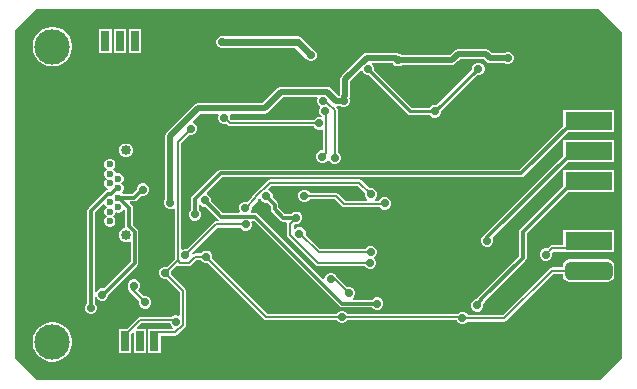
<source format=gbl>
G04*
G04 #@! TF.GenerationSoftware,Altium Limited,Altium Designer,21.6.1 (37)*
G04*
G04 Layer_Physical_Order=2*
G04 Layer_Color=16711680*
%FSLAX44Y44*%
%MOMM*%
G71*
G04*
G04 #@! TF.SameCoordinates,DC89937C-EDCF-4B7D-9BD6-CFD29AA7FDD7*
G04*
G04*
G04 #@! TF.FilePolarity,Positive*
G04*
G01*
G75*
%ADD12C,0.2000*%
%ADD14C,0.6000*%
%ADD15C,0.2500*%
%ADD18C,0.1700*%
%ADD77C,0.3000*%
%ADD78C,0.5000*%
%ADD81C,3.0000*%
%ADD82O,1.8000X0.9000*%
%ADD83C,0.6000*%
%ADD84O,0.9000X1.5000*%
%ADD85C,0.8500*%
%ADD86C,0.7000*%
%ADD87R,4.0000X1.5240*%
G04:AMPARAMS|DCode=88|XSize=1.524mm|YSize=4mm|CornerRadius=0.381mm|HoleSize=0mm|Usage=FLASHONLY|Rotation=90.000|XOffset=0mm|YOffset=0mm|HoleType=Round|Shape=RoundedRectangle|*
%AMROUNDEDRECTD88*
21,1,1.5240,3.2380,0,0,90.0*
21,1,0.7620,4.0000,0,0,90.0*
1,1,0.7620,1.6190,0.3810*
1,1,0.7620,1.6190,-0.3810*
1,1,0.7620,-1.6190,-0.3810*
1,1,0.7620,-1.6190,0.3810*
%
%ADD88ROUNDEDRECTD88*%
%ADD89R,4.0000X1.5240*%
%ADD90R,0.7000X1.7000*%
G36*
X482201Y262444D02*
Y-13194D01*
X463444Y-31951D01*
X-12944D01*
X-31451Y-13444D01*
X-31451Y263694D01*
X-13444Y281701D01*
X462944D01*
X482201Y262444D01*
D02*
G37*
%LPC*%
G36*
X75200Y264700D02*
X64800D01*
Y244300D01*
X75200D01*
Y264700D01*
D02*
G37*
G36*
X62700D02*
X52300D01*
Y244300D01*
X62700D01*
Y264700D01*
D02*
G37*
G36*
X50200D02*
X39800D01*
Y244300D01*
X50200D01*
Y264700D01*
D02*
G37*
G36*
X367252Y247932D02*
X343296D01*
X341657Y247606D01*
X340268Y246678D01*
X336372Y242782D01*
X296072D01*
X295946Y242908D01*
X294034Y243700D01*
X293856D01*
X293778Y243778D01*
X292389Y244706D01*
X290750Y245032D01*
X266361D01*
X264722Y244706D01*
X263333Y243778D01*
X245147Y225593D01*
X244219Y224203D01*
X243893Y222565D01*
Y210455D01*
X243176Y209382D01*
X243034Y208665D01*
X241780D01*
X235665Y214780D01*
X234276Y215709D01*
X232637Y216035D01*
X193762D01*
X192123Y215709D01*
X190734Y214780D01*
X177936Y201982D01*
X123311D01*
X121672Y201656D01*
X120283Y200728D01*
X96972Y177418D01*
X96044Y176028D01*
X95718Y174389D01*
Y121072D01*
X95592Y120946D01*
X94800Y119034D01*
Y116966D01*
X95592Y115054D01*
X97054Y113592D01*
X98966Y112800D01*
X101034D01*
X102224Y113293D01*
X103494Y112481D01*
Y70387D01*
X96727Y63620D01*
X96534Y63700D01*
X94466D01*
X92555Y62908D01*
X91092Y61446D01*
X90300Y59534D01*
Y57466D01*
X91092Y55554D01*
X92555Y54092D01*
X94466Y53300D01*
X96534D01*
X96727Y53380D01*
X107947Y42160D01*
Y22816D01*
X106677Y21977D01*
X105534Y22450D01*
X103466D01*
X101554Y21658D01*
X101083Y21187D01*
X100750Y21253D01*
X74250D01*
X74250Y21253D01*
X73197Y21043D01*
X72303Y20447D01*
X62807Y10950D01*
X56300D01*
Y-9450D01*
X66700D01*
Y7057D01*
X67627Y7983D01*
X68800Y7497D01*
Y-9450D01*
X79200D01*
Y10950D01*
X72253D01*
X71767Y12123D01*
X75390Y15747D01*
X99494D01*
X100092Y14304D01*
X101554Y12842D01*
X101602Y12822D01*
X102171Y11212D01*
X102057Y11003D01*
X89000D01*
X88734Y10950D01*
X81300D01*
Y-9450D01*
X91700D01*
Y5497D01*
X104268D01*
X105322Y5707D01*
X106215Y6303D01*
X112647Y12735D01*
X112647Y12735D01*
X113243Y13628D01*
X113453Y14682D01*
Y43300D01*
X113453Y43300D01*
X113243Y44353D01*
X112647Y45247D01*
X112647Y45247D01*
X100620Y57273D01*
X100700Y57466D01*
Y59534D01*
X100620Y59727D01*
X106334Y65441D01*
X106475Y65300D01*
X107368Y64703D01*
X108422Y64494D01*
X115698D01*
X116752Y64703D01*
X117645Y65300D01*
X121842Y69497D01*
X125762D01*
X125842Y69304D01*
X127304Y67842D01*
X129216Y67050D01*
X131284D01*
X131477Y67130D01*
X179303Y19303D01*
X179303Y19303D01*
X180196Y18707D01*
X181250Y18497D01*
X181250Y18497D01*
X240762D01*
X240842Y18304D01*
X242304Y16842D01*
X244216Y16050D01*
X246284D01*
X248196Y16842D01*
X249658Y18304D01*
X249738Y18497D01*
X342451D01*
X342842Y17554D01*
X344304Y16092D01*
X346216Y15300D01*
X348284D01*
X350196Y16092D01*
X351351Y17247D01*
X382500D01*
X383554Y17457D01*
X384447Y18053D01*
X424090Y57697D01*
X432192D01*
Y56640D01*
X432620Y54490D01*
X433838Y52667D01*
X435660Y51450D01*
X437810Y51022D01*
X470190D01*
X472340Y51450D01*
X474162Y52667D01*
X475380Y54490D01*
X475808Y56640D01*
Y64260D01*
X475380Y66410D01*
X474162Y68232D01*
X472340Y69450D01*
X470190Y69878D01*
X437810D01*
X435660Y69450D01*
X433838Y68232D01*
X432620Y66410D01*
X432192Y64260D01*
Y63203D01*
X422950D01*
X422950Y63203D01*
X421897Y62993D01*
X421003Y62397D01*
X381360Y22753D01*
X351945D01*
X351658Y23446D01*
X350196Y24908D01*
X348284Y25700D01*
X346216D01*
X344304Y24908D01*
X343399Y24003D01*
X249738D01*
X249658Y24196D01*
X248196Y25658D01*
X246284Y26450D01*
X244216D01*
X242304Y25658D01*
X240842Y24196D01*
X240762Y24003D01*
X182390D01*
X135370Y71023D01*
X135450Y71216D01*
Y73284D01*
X134658Y75196D01*
X133196Y76658D01*
X131284Y77450D01*
X129216D01*
X127304Y76658D01*
X125842Y75196D01*
X125762Y75003D01*
X120702D01*
X120702Y75003D01*
X119648Y74793D01*
X119149Y74460D01*
X118340Y75446D01*
X139690Y96797D01*
X159262D01*
X159342Y96604D01*
X160804Y95142D01*
X162716Y94350D01*
X164784D01*
X166696Y95142D01*
X168158Y96604D01*
X168950Y98516D01*
Y100584D01*
X168481Y101717D01*
X169204Y102804D01*
X170501Y102884D01*
X243193Y30193D01*
X244251Y29486D01*
X245500Y29237D01*
X270909D01*
X272054Y28092D01*
X273966Y27300D01*
X276034D01*
X277946Y28092D01*
X279408Y29554D01*
X280200Y31466D01*
Y33534D01*
X279408Y35446D01*
X277946Y36908D01*
X276034Y37700D01*
X273966D01*
X272054Y36908D01*
X270909Y35763D01*
X254780D01*
X254521Y36291D01*
X254391Y37033D01*
X255697Y38338D01*
X256488Y40249D01*
Y42318D01*
X255697Y44229D01*
X254234Y45692D01*
X252323Y46484D01*
X250254D01*
X249857Y46319D01*
X240838Y55338D01*
X240532Y55543D01*
X240158Y56446D01*
X238696Y57908D01*
X236784Y58700D01*
X234716D01*
X232804Y57908D01*
X231342Y56446D01*
X230550Y54534D01*
Y53860D01*
X229280Y53334D01*
X174057Y108557D01*
X172999Y109264D01*
X171750Y109513D01*
X168526D01*
X168003Y110783D01*
X168700Y112466D01*
Y114534D01*
X168693Y114550D01*
X173917Y119774D01*
X174513Y120667D01*
X175195Y121100D01*
X176699Y120649D01*
X176842Y120304D01*
X178304Y118842D01*
X180216Y118050D01*
X181836D01*
X184857Y115028D01*
Y112405D01*
X185106Y111156D01*
X185813Y110098D01*
X192968Y102943D01*
X194026Y102236D01*
X195275Y101987D01*
X198002D01*
X198840Y100717D01*
X198747Y100250D01*
Y90808D01*
X198957Y89754D01*
X199553Y88861D01*
X223361Y65054D01*
X223361Y65053D01*
X224254Y64457D01*
X225308Y64247D01*
X225308Y64247D01*
X264512D01*
X264592Y64054D01*
X266054Y62592D01*
X267966Y61800D01*
X270034D01*
X271946Y62592D01*
X273408Y64054D01*
X274200Y65966D01*
Y68034D01*
X273408Y69946D01*
X272332Y71022D01*
X272446Y71592D01*
X273908Y73054D01*
X274700Y74966D01*
Y77034D01*
X273908Y78946D01*
X272446Y80408D01*
X270534Y81200D01*
X268466D01*
X266554Y80408D01*
X265092Y78946D01*
X265012Y78753D01*
X226640D01*
X214426Y90967D01*
Y92884D01*
X213634Y94796D01*
X212172Y96258D01*
X210260Y97050D01*
X208192D01*
X206280Y96258D01*
X205523Y95501D01*
X204253Y96027D01*
Y99110D01*
X205273Y100130D01*
X205466Y100050D01*
X207534D01*
X209446Y100842D01*
X210908Y102304D01*
X211700Y104216D01*
Y106284D01*
X210908Y108196D01*
X209446Y109658D01*
X207534Y110450D01*
X205466D01*
X203554Y109658D01*
X202409Y108513D01*
X196626D01*
X191383Y113756D01*
Y116380D01*
X191134Y117628D01*
X190427Y118687D01*
X186450Y122664D01*
Y124284D01*
X185658Y126196D01*
X184196Y127658D01*
X183053Y128132D01*
X182748Y129623D01*
X185322Y132197D01*
X258928D01*
X264735Y126390D01*
X264585Y126027D01*
Y123959D01*
X265377Y122048D01*
X266651Y120773D01*
X266465Y119883D01*
X266262Y119503D01*
X248317D01*
X242123Y125697D01*
X241230Y126293D01*
X240177Y126503D01*
X217988D01*
X217908Y126696D01*
X216446Y128158D01*
X214534Y128950D01*
X212466D01*
X210554Y128158D01*
X209092Y126696D01*
X208300Y124784D01*
Y122716D01*
X209092Y120804D01*
X210554Y119342D01*
X212466Y118550D01*
X214534D01*
X216446Y119342D01*
X217908Y120804D01*
X217988Y120997D01*
X239036D01*
X245230Y114803D01*
X246123Y114207D01*
X247176Y113997D01*
X277197D01*
X278302Y112892D01*
X280214Y112100D01*
X282282D01*
X284194Y112892D01*
X285656Y114355D01*
X286448Y116266D01*
Y118335D01*
X285656Y120246D01*
X284194Y121709D01*
X282282Y122500D01*
X280214D01*
X278302Y121709D01*
X276840Y120246D01*
X276532Y119503D01*
X273308D01*
X273105Y119883D01*
X272919Y120773D01*
X274193Y122048D01*
X274985Y123959D01*
Y126027D01*
X274193Y127939D01*
X272731Y129402D01*
X270819Y130193D01*
X268751D01*
X268728Y130184D01*
X262015Y136897D01*
X261122Y137493D01*
X260068Y137703D01*
X184182D01*
X183128Y137493D01*
X182235Y136897D01*
X182235Y136897D01*
X170023Y124685D01*
X169427Y123792D01*
X169247Y122891D01*
X164904Y118547D01*
X164534Y118700D01*
X162466D01*
X160554Y117908D01*
X159092Y116446D01*
X158300Y114534D01*
Y112466D01*
X158997Y110783D01*
X158474Y109513D01*
X144161D01*
X134394Y119280D01*
Y120900D01*
X133602Y122811D01*
X132139Y124274D01*
X131006Y124743D01*
X130706Y126239D01*
X143955Y139487D01*
X396920D01*
X398169Y139736D01*
X399227Y140443D01*
X436914Y178130D01*
X475700D01*
Y196770D01*
X432300D01*
Y182744D01*
X395569Y146013D01*
X142603D01*
X141355Y145764D01*
X140296Y145057D01*
X118443Y123204D01*
X117736Y122146D01*
X117487Y120897D01*
Y112091D01*
X116342Y110946D01*
X115550Y109034D01*
Y106966D01*
X116342Y105055D01*
X117804Y103592D01*
X119716Y102800D01*
X121784D01*
X123696Y103592D01*
X125158Y105055D01*
X125950Y106966D01*
Y109034D01*
X125158Y110946D01*
X124013Y112091D01*
Y115897D01*
X125283Y116423D01*
X126248Y115457D01*
X128160Y114665D01*
X129780D01*
X140502Y103943D01*
X141056Y103573D01*
X140671Y102303D01*
X138550D01*
X137497Y102093D01*
X136603Y101497D01*
X136603Y101496D01*
X113674Y78567D01*
X113481Y78647D01*
X111412D01*
X110270Y78173D01*
X109000Y79013D01*
Y168606D01*
X116023Y175630D01*
X116216Y175550D01*
X118284D01*
X120196Y176342D01*
X121658Y177804D01*
X122450Y179716D01*
Y181784D01*
X121658Y183696D01*
X120196Y185158D01*
X119082Y185620D01*
X118784Y187118D01*
X125084Y193418D01*
X139913D01*
X140761Y192148D01*
X140300Y191034D01*
Y188966D01*
X141092Y187054D01*
X142554Y185592D01*
X144466Y184800D01*
X146534D01*
X146793Y184907D01*
X148397Y183304D01*
X148397Y183303D01*
X149290Y182707D01*
X150343Y182497D01*
X221408D01*
X221592Y182054D01*
X223054Y180592D01*
X224966Y179800D01*
X227034D01*
X228180Y180275D01*
X229450Y179437D01*
Y162200D01*
X227716D01*
X225805Y161408D01*
X224342Y159946D01*
X223550Y158034D01*
Y155966D01*
X224342Y154054D01*
X225805Y152592D01*
X227716Y151800D01*
X229784D01*
X231696Y152592D01*
X233084Y153980D01*
X233625Y154009D01*
X234480Y153927D01*
X234842Y153054D01*
X236304Y151592D01*
X238216Y150800D01*
X240284D01*
X242196Y151592D01*
X243658Y153054D01*
X244450Y154966D01*
Y157034D01*
X243658Y158946D01*
X242196Y160408D01*
X242003Y160488D01*
Y196268D01*
X242003Y196268D01*
X241793Y197322D01*
X241197Y198215D01*
X240581Y198830D01*
X241107Y200100D01*
X243296D01*
X243804Y199592D01*
X245716Y198800D01*
X247784D01*
X249696Y199592D01*
X251158Y201054D01*
X251950Y202966D01*
Y205034D01*
X251479Y206171D01*
X252132Y207147D01*
X252458Y208786D01*
Y220791D01*
X261132Y229466D01*
X262631Y229168D01*
X263092Y228054D01*
X264554Y226592D01*
X266466Y225800D01*
X268446D01*
X301123Y193123D01*
X302099Y192471D01*
X303250Y192242D01*
X319404D01*
X320804Y190842D01*
X322716Y190050D01*
X324784D01*
X326696Y190842D01*
X328158Y192304D01*
X328950Y194216D01*
Y195696D01*
X359424Y226171D01*
X359716Y226050D01*
X361784D01*
X363696Y226842D01*
X365158Y228304D01*
X365950Y230216D01*
Y232284D01*
X365158Y234196D01*
X363696Y235658D01*
X361784Y236450D01*
X359716D01*
X357804Y235658D01*
X356342Y234196D01*
X355550Y232284D01*
Y230804D01*
X325076Y200329D01*
X324784Y200450D01*
X322716D01*
X320804Y199658D01*
X319404Y198258D01*
X304496D01*
X272700Y230054D01*
Y232034D01*
X271908Y233946D01*
X270656Y235198D01*
X270889Y236192D01*
X271045Y236468D01*
X288213D01*
X288592Y235554D01*
X290054Y234092D01*
X291966Y233300D01*
X294034D01*
X295946Y234092D01*
X296072Y234218D01*
X338146D01*
X339784Y234544D01*
X341174Y235472D01*
X345069Y239368D01*
X365478D01*
X367624Y237222D01*
X369013Y236294D01*
X370652Y235968D01*
X382678D01*
X382804Y235842D01*
X384716Y235050D01*
X386784D01*
X388696Y235842D01*
X390158Y237304D01*
X390950Y239216D01*
Y241284D01*
X390158Y243196D01*
X388696Y244658D01*
X386784Y245450D01*
X384716D01*
X382804Y244658D01*
X382678Y244532D01*
X372426D01*
X370280Y246678D01*
X368891Y247606D01*
X367252Y247932D01*
D02*
G37*
G36*
X144784Y259200D02*
X142716D01*
X140804Y258408D01*
X139342Y256946D01*
X138550Y255034D01*
Y252966D01*
X139342Y251054D01*
X140804Y249592D01*
X142716Y248800D01*
X144784D01*
X145769Y249208D01*
X205765D01*
X214184Y240789D01*
X214592Y239804D01*
X216054Y238342D01*
X217966Y237550D01*
X220034D01*
X221946Y238342D01*
X223408Y239804D01*
X224200Y241716D01*
Y243784D01*
X223408Y245696D01*
X221946Y247158D01*
X220961Y247566D01*
X211138Y257388D01*
X209584Y258427D01*
X207750Y258792D01*
X207750Y258792D01*
X145769D01*
X144784Y259200D01*
D02*
G37*
G36*
X1645Y266700D02*
X-1645D01*
X-4871Y266058D01*
X-7910Y264799D01*
X-10646Y262972D01*
X-12972Y260646D01*
X-14799Y257910D01*
X-16058Y254871D01*
X-16700Y251645D01*
Y248355D01*
X-16058Y245129D01*
X-14799Y242090D01*
X-12972Y239354D01*
X-10646Y237028D01*
X-7910Y235201D01*
X-4871Y233942D01*
X-1645Y233300D01*
X1645D01*
X4871Y233942D01*
X7910Y235201D01*
X10646Y237028D01*
X12972Y239354D01*
X14799Y242090D01*
X16058Y245129D01*
X16700Y248355D01*
Y251645D01*
X16058Y254871D01*
X14799Y257910D01*
X12972Y260646D01*
X10646Y262972D01*
X7910Y264799D01*
X4871Y266058D01*
X1645Y266700D01*
D02*
G37*
G36*
X63433Y168250D02*
X61066D01*
X58879Y167344D01*
X57206Y165670D01*
X56300Y163483D01*
Y161116D01*
X57206Y158929D01*
X58879Y157256D01*
X61066Y156350D01*
X63433D01*
X65620Y157256D01*
X67294Y158929D01*
X68200Y161116D01*
Y163483D01*
X67294Y165670D01*
X65620Y167344D01*
X63433Y168250D01*
D02*
G37*
G36*
X49685Y155000D02*
X47815D01*
X46088Y154284D01*
X44766Y152962D01*
X44050Y151235D01*
Y149365D01*
X44766Y147638D01*
X45274Y147129D01*
X46073Y146300D01*
X45274Y145470D01*
X44766Y144962D01*
X44050Y143235D01*
Y141365D01*
X44766Y139637D01*
X45274Y139129D01*
X46073Y138300D01*
X45274Y137470D01*
X44766Y136962D01*
X44050Y135235D01*
Y133365D01*
X44766Y131638D01*
X46088Y130315D01*
X47261Y129830D01*
X47008Y128560D01*
X46979D01*
X45731Y128311D01*
X44672Y127604D01*
X30693Y113625D01*
X29986Y112566D01*
X29737Y111318D01*
Y33091D01*
X28342Y31696D01*
X27550Y29784D01*
Y27716D01*
X28342Y25804D01*
X29804Y24342D01*
X31716Y23550D01*
X33784D01*
X35696Y24342D01*
X37158Y25804D01*
X37950Y27716D01*
Y29784D01*
X37158Y31696D01*
X36263Y32591D01*
Y37748D01*
X37533Y38000D01*
X37842Y37254D01*
X39304Y35792D01*
X41216Y35000D01*
X43284D01*
X45196Y35792D01*
X46658Y37254D01*
X47450Y39166D01*
Y40086D01*
X72007Y64643D01*
X72714Y65701D01*
X72962Y66950D01*
Y93386D01*
X72714Y94634D01*
X72007Y95693D01*
X68263Y99437D01*
Y113818D01*
X68014Y115067D01*
X67307Y116125D01*
X65568Y117864D01*
X66054Y119037D01*
X69300D01*
X70549Y119286D01*
X71607Y119993D01*
X75503Y123888D01*
X75716Y123800D01*
X77784D01*
X79696Y124592D01*
X81158Y126054D01*
X81950Y127966D01*
Y130034D01*
X81158Y131946D01*
X79696Y133408D01*
X77784Y134200D01*
X75716D01*
X73804Y133408D01*
X72342Y131946D01*
X71550Y130034D01*
Y129164D01*
X67948Y125563D01*
X59455D01*
X58791Y126678D01*
X59226Y127130D01*
X59734Y127638D01*
X60450Y129365D01*
Y131235D01*
X59734Y132962D01*
X59226Y133470D01*
X58427Y134300D01*
X59226Y135129D01*
X59734Y135638D01*
X60450Y137365D01*
Y139235D01*
X59734Y140962D01*
X58412Y142284D01*
X56685Y143000D01*
X54815D01*
X54624Y142921D01*
X53247Y143725D01*
X52735Y144962D01*
X52227Y145470D01*
X51428Y146300D01*
X52227Y147129D01*
X52735Y147638D01*
X53450Y149365D01*
Y151235D01*
X52735Y152962D01*
X51413Y154284D01*
X49685Y155000D01*
D02*
G37*
G36*
X475700Y95170D02*
X432300D01*
Y81983D01*
X422980D01*
X422980Y81983D01*
X421926Y81773D01*
X421033Y81177D01*
X421033Y81177D01*
X418977Y79120D01*
X418784Y79200D01*
X416716D01*
X414804Y78408D01*
X413342Y76946D01*
X412550Y75034D01*
Y72966D01*
X413342Y71054D01*
X414804Y69592D01*
X416716Y68800D01*
X418784D01*
X420696Y69592D01*
X422158Y71054D01*
X422950Y72966D01*
Y75034D01*
X422870Y75227D01*
X424120Y76477D01*
X435000D01*
X435266Y76530D01*
X475700D01*
Y95170D01*
D02*
G37*
G36*
Y171370D02*
X432300D01*
Y157344D01*
X365943Y90987D01*
X365422Y90207D01*
X365304Y90158D01*
X363842Y88696D01*
X363050Y86784D01*
Y84716D01*
X363842Y82804D01*
X365304Y81342D01*
X367216Y80550D01*
X369284D01*
X371195Y81342D01*
X372658Y82804D01*
X373450Y84716D01*
Y86784D01*
X372723Y88539D01*
X436914Y152730D01*
X475700D01*
Y171370D01*
D02*
G37*
G36*
X70034Y52950D02*
X67966D01*
X66054Y52158D01*
X64592Y50696D01*
X63800Y48784D01*
Y46716D01*
X64457Y45129D01*
X64416Y44922D01*
X64625Y43868D01*
X65222Y42975D01*
X73428Y34769D01*
X73348Y34577D01*
Y32508D01*
X74139Y30597D01*
X75602Y29134D01*
X77513Y28342D01*
X79582D01*
X81493Y29134D01*
X82956Y30597D01*
X83748Y32508D01*
Y34577D01*
X82956Y36488D01*
X81493Y37951D01*
X79582Y38742D01*
X77513D01*
X77321Y38663D01*
X72294Y43690D01*
X73408Y44804D01*
X74200Y46716D01*
Y48784D01*
X73408Y50696D01*
X71946Y52158D01*
X70034Y52950D01*
D02*
G37*
G36*
X475700Y145970D02*
X432300D01*
Y131944D01*
X395943Y95587D01*
X395236Y94529D01*
X394987Y93280D01*
Y72601D01*
X360693Y38307D01*
X359986Y37249D01*
X359907Y36854D01*
X359254Y36200D01*
X358716D01*
X356804Y35408D01*
X355342Y33946D01*
X354550Y32034D01*
Y29966D01*
X355342Y28054D01*
X356804Y26592D01*
X358716Y25800D01*
X360784D01*
X362696Y26592D01*
X364158Y28054D01*
X364950Y29966D01*
Y32034D01*
X364764Y32483D01*
X365307Y33025D01*
X366014Y34084D01*
X366093Y34479D01*
X400557Y68943D01*
X401264Y70001D01*
X401513Y71250D01*
Y91929D01*
X436914Y127330D01*
X475700D01*
Y145970D01*
D02*
G37*
G36*
X1645Y16700D02*
X-1645D01*
X-4871Y16058D01*
X-7910Y14799D01*
X-10646Y12972D01*
X-12972Y10646D01*
X-14799Y7910D01*
X-16058Y4871D01*
X-16700Y1645D01*
Y-1645D01*
X-16058Y-4871D01*
X-14799Y-7910D01*
X-12972Y-10646D01*
X-10646Y-12972D01*
X-7910Y-14799D01*
X-4871Y-16058D01*
X-1645Y-16700D01*
X1645D01*
X4871Y-16058D01*
X7910Y-14799D01*
X10646Y-12972D01*
X12972Y-10646D01*
X14799Y-7910D01*
X16058Y-4871D01*
X16700Y-1645D01*
Y1645D01*
X16058Y4871D01*
X14799Y7910D01*
X12972Y10646D01*
X10646Y12972D01*
X7910Y14799D01*
X4871Y16058D01*
X1645Y16700D01*
D02*
G37*
%LPD*%
G36*
X224709Y206200D02*
X224248Y205087D01*
Y203018D01*
X225039Y201107D01*
X226502Y199644D01*
X226612Y199598D01*
X226842Y198445D01*
X226050Y196534D01*
Y194466D01*
X226842Y192554D01*
X228161Y191235D01*
X228181Y191100D01*
X227165Y190232D01*
X227034Y190200D01*
X224966D01*
X223054Y189408D01*
X221649Y188003D01*
X151483D01*
X150647Y188839D01*
X150700Y188966D01*
Y191034D01*
X150239Y192148D01*
X151087Y193418D01*
X179710D01*
X181348Y193744D01*
X182738Y194672D01*
X195536Y207470D01*
X223860D01*
X224709Y206200D01*
D02*
G37*
G36*
X44462Y116370D02*
X44766Y115638D01*
X45274Y115130D01*
X46073Y114300D01*
X45274Y113470D01*
X44766Y112962D01*
X44050Y111235D01*
Y109365D01*
X44766Y107638D01*
X45274Y107130D01*
X46073Y106300D01*
X45274Y105470D01*
X44766Y104962D01*
X44050Y103235D01*
Y101365D01*
X44766Y99638D01*
X46088Y98315D01*
X47815Y97600D01*
X49685D01*
X51413Y98315D01*
X52735Y99638D01*
X53450Y101365D01*
Y103235D01*
X52735Y104962D01*
X52227Y105470D01*
X51428Y106300D01*
X52227Y107130D01*
X52735Y107638D01*
X53247Y108875D01*
X54624Y109679D01*
X54815Y109600D01*
X56685D01*
X58412Y110316D01*
X59734Y111638D01*
X61199Y111855D01*
X61737Y111413D01*
Y98086D01*
X61850Y97520D01*
X61094Y96296D01*
X60918Y96189D01*
X58879Y95344D01*
X57206Y93670D01*
X56300Y91483D01*
Y89116D01*
X57206Y86930D01*
X58879Y85256D01*
X61066Y84350D01*
X63433D01*
X65167Y85068D01*
X66437Y84413D01*
Y68301D01*
X43462Y45326D01*
X43284Y45400D01*
X41216D01*
X39304Y44608D01*
X37842Y43145D01*
X37533Y42400D01*
X36263Y42652D01*
Y109966D01*
X42964Y116668D01*
X44462Y116370D01*
D02*
G37*
D12*
X201500Y100250D02*
X206500Y105250D01*
X171970Y122738D02*
X184182Y134950D01*
X163500Y113500D02*
X163750D01*
X171970Y121720D01*
Y122738D01*
X184182Y134950D02*
X260068D01*
X225308Y67000D02*
X269000D01*
X201500Y90808D02*
Y100250D01*
X209650Y91850D02*
X225500Y76000D01*
X201500Y90808D02*
X225308Y67000D01*
X209226Y91850D02*
X209650D01*
X247176Y116750D02*
X280698D01*
X281248Y117300D01*
X225500Y76000D02*
X269500D01*
X213500Y123750D02*
X240177D01*
X247176Y116750D01*
X269785Y124993D02*
Y125233D01*
X260068Y134950D02*
X269785Y125233D01*
X239250Y156000D02*
Y196268D01*
X233153Y201700D02*
X233818D01*
X229448Y204052D02*
X230801D01*
X233153Y201700D01*
X233818D02*
X239250Y196268D01*
X347250Y21000D02*
X348250Y20000D01*
X145547Y190047D02*
X150343Y185250D01*
X225750D01*
X138550Y99550D02*
X163750D01*
X112447Y73447D02*
X138550Y99550D01*
X346000Y21250D02*
X346750Y20500D01*
X347250D01*
X348250Y20000D02*
X382500D01*
X422950Y60450D01*
X454000D01*
X417750Y74000D02*
X422980Y79230D01*
X435000D02*
X439750Y83980D01*
X422980Y79230D02*
X435000D01*
X439750Y83980D02*
Y84000D01*
X69000Y46753D02*
Y47750D01*
X67168Y44922D02*
X78548Y33542D01*
X67168Y44922D02*
X69000Y46753D01*
X245250Y21250D02*
X346000D01*
X181250D02*
X245250D01*
X130250Y72250D02*
X181250Y21250D01*
X106247Y69422D02*
Y169747D01*
X117250Y180750D01*
X106247Y69422D02*
X106668Y69000D01*
X95500Y58500D02*
X106000Y69000D01*
X95500Y58500D02*
X110700Y43300D01*
Y14682D02*
Y43300D01*
X104268Y8250D02*
X110700Y14682D01*
X86500Y750D02*
Y5750D01*
X89000Y8250D01*
X104268D01*
X106000Y69000D02*
X106668D01*
X108422Y67247D01*
X115698D01*
X120702Y72250D02*
X130250D01*
X115698Y67247D02*
X120702Y72250D01*
X103543Y18207D02*
X104500Y17250D01*
X101043Y18207D02*
X103543D01*
X100750Y18500D02*
X101043Y18207D01*
X61500Y5750D02*
X74250Y18500D01*
X100750D01*
X61500Y750D02*
Y5750D01*
D14*
X143750Y254000D02*
X207750D01*
X219000Y242750D01*
D15*
X323750Y195250D02*
X324250D01*
X360250Y231250D02*
X360750D01*
X324250Y195250D02*
X360250Y231250D01*
X303250Y195250D02*
X323750D01*
X267500Y231000D02*
X303250Y195250D01*
D18*
X239000Y53500D02*
X251216Y41284D01*
X251288D01*
X235750Y53500D02*
X239000D01*
X232050Y160300D02*
Y194700D01*
X228750Y157000D02*
X232050Y160300D01*
X231250Y195500D02*
X232050Y194700D01*
D77*
X56518Y122300D02*
X69300D01*
X76000Y129000D02*
X76750D01*
X69300Y122300D02*
X76000Y129000D01*
X77250Y169750D02*
X111000Y203500D01*
X52000Y168000D02*
X53750Y169750D01*
X77250D01*
X306750Y-21750D02*
X307750D01*
X295750Y-10750D02*
X306750Y-21750D01*
X295750Y-10750D02*
Y15050D01*
X285582Y163000D02*
X288082Y165500D01*
X401250D01*
X284750Y163000D02*
X285582D01*
X396920Y142750D02*
X441620Y187450D01*
X368250Y88680D02*
X441620Y162050D01*
X368250Y85750D02*
Y88680D01*
X398250Y93280D02*
X441620Y136650D01*
X142603Y142750D02*
X396920D01*
X398250Y71250D02*
Y93280D01*
X237750Y261668D02*
Y262250D01*
X237250Y261168D02*
X237750Y261668D01*
X235750Y259668D02*
X237250Y261168D01*
X240475Y214804D02*
Y257942D01*
X235750Y232250D02*
Y259668D01*
X205250Y104500D02*
Y104652D01*
X181250Y123250D02*
X188120Y116380D01*
Y112405D02*
Y116380D01*
Y112405D02*
X195275Y105250D01*
X204652D01*
X205250Y104652D01*
X260302Y49294D02*
X260770D01*
X276250Y64775D01*
X255963Y49250D02*
X256197Y49015D01*
X260023D02*
X260302Y49294D01*
X256197Y49015D02*
X260023D01*
X276250Y64775D02*
Y97000D01*
X196380Y113620D02*
Y116105D01*
Y113620D02*
X197000Y113000D01*
X196380Y116105D02*
X210725Y130450D01*
X232721D02*
X234421Y128750D01*
X210725Y130450D02*
X232721D01*
X234421Y128750D02*
X257500D01*
X237250Y261168D02*
X240475Y257942D01*
X115250Y156250D02*
Y160000D01*
X114750Y155750D02*
X115250Y156250D01*
Y160000D02*
X121000Y165750D01*
X141250D01*
X277000Y182000D02*
X285750Y173250D01*
Y164250D02*
Y173250D01*
X405750Y236750D02*
Y261750D01*
X405250Y262250D02*
X405750Y261750D01*
X402550Y233550D02*
X405750Y236750D01*
X364891Y237950D02*
X369291Y233550D01*
X345657Y237950D02*
X364891D01*
X340507Y232800D02*
X345657Y237950D01*
X319050Y232800D02*
X340507D01*
X308061Y221811D02*
X319050Y232800D01*
X369291Y233550D02*
X402550D01*
X245500Y32500D02*
X275000D01*
X171750Y106250D02*
X245500Y32500D01*
X142809Y106250D02*
X171750D01*
X129194Y119866D02*
X142809Y106250D01*
X120750Y120897D02*
X142603Y142750D01*
X120750Y108000D02*
Y120897D01*
X441620Y187450D02*
X454000D01*
X441620Y162050D02*
X454000D01*
X359750Y31000D02*
Y32082D01*
X363000Y35332D01*
Y36000D01*
X398250Y71250D01*
X441620Y136650D02*
X454000D01*
X42950Y40200D02*
X69700Y66950D01*
X42250Y40200D02*
X42950D01*
X65000Y98086D02*
X69700Y93386D01*
Y66950D02*
Y93386D01*
X56518Y122300D02*
X65000Y113818D01*
Y98086D02*
Y113818D01*
X55750Y122300D02*
X56518D01*
X33000Y29000D02*
Y111318D01*
X49979Y125297D02*
X54982Y130300D01*
X46979Y125297D02*
X49979D01*
X54982Y130300D02*
X55750D01*
X32750Y28750D02*
X33000Y29000D01*
Y111318D02*
X46979Y125297D01*
D78*
X100000Y174389D02*
X123311Y197700D01*
X100000Y118000D02*
Y174389D01*
X179710Y197700D02*
X193762Y211752D01*
X232637D02*
X240007Y204383D01*
X193762Y211752D02*
X232637D01*
X240007Y204383D02*
X247133D01*
X123311Y197700D02*
X179710D01*
X247133Y207743D02*
X248175Y208786D01*
Y222565D01*
X266361Y240750D01*
X338146Y238500D02*
X343296Y243650D01*
X370652Y240250D02*
X385750D01*
X367252Y243650D02*
X370652Y240250D01*
X343296Y243650D02*
X367252D01*
X247133Y204383D02*
Y207743D01*
X293000Y238500D02*
X338146D01*
X266361Y240750D02*
X290750D01*
X293000Y238500D01*
D81*
X0Y250000D02*
D03*
Y0D02*
D03*
D82*
X-9750Y83000D02*
D03*
Y169600D02*
D03*
X47250Y83000D02*
D03*
Y169600D02*
D03*
D83*
X48750Y102300D02*
D03*
Y110300D02*
D03*
Y118300D02*
D03*
Y150300D02*
D03*
Y142300D02*
D03*
Y134300D02*
D03*
X55750Y98300D02*
D03*
Y114300D02*
D03*
Y122300D02*
D03*
Y154300D02*
D03*
Y138300D02*
D03*
Y130300D02*
D03*
D84*
X52250Y166350D02*
D03*
Y86250D02*
D03*
D85*
X62250Y90300D02*
D03*
Y162300D02*
D03*
D86*
X76750Y129000D02*
D03*
X475500Y263000D02*
D03*
X463000Y238000D02*
D03*
X475500Y213000D02*
D03*
Y113000D02*
D03*
X463000Y38000D02*
D03*
X475500Y13000D02*
D03*
X463000Y-12000D02*
D03*
X450500Y263000D02*
D03*
X438000Y238000D02*
D03*
X450500Y213000D02*
D03*
Y113000D02*
D03*
X438000Y38000D02*
D03*
X450500Y13000D02*
D03*
X438000Y-12000D02*
D03*
X425500Y263000D02*
D03*
X413000Y238000D02*
D03*
X425500Y213000D02*
D03*
X413000Y188000D02*
D03*
Y38000D02*
D03*
X425500Y13000D02*
D03*
X413000Y-12000D02*
D03*
X400500Y213000D02*
D03*
Y13000D02*
D03*
X388000Y-12000D02*
D03*
X375500Y263000D02*
D03*
Y63000D02*
D03*
X363000Y-12000D02*
D03*
X350500Y263000D02*
D03*
Y63000D02*
D03*
X338000Y38000D02*
D03*
Y-12000D02*
D03*
X325500Y263000D02*
D03*
Y163000D02*
D03*
Y113000D02*
D03*
X313000Y38000D02*
D03*
X325500Y13000D02*
D03*
X313000Y-12000D02*
D03*
X300500Y263000D02*
D03*
Y213000D02*
D03*
X288000Y-12000D02*
D03*
X275500Y263000D02*
D03*
X263000Y-12000D02*
D03*
X250500Y263000D02*
D03*
X238000Y-12000D02*
D03*
X225500Y263000D02*
D03*
X213000Y38000D02*
D03*
X225500Y13000D02*
D03*
X213000Y-12000D02*
D03*
X188000Y38000D02*
D03*
X200500Y13000D02*
D03*
X188000Y-12000D02*
D03*
X175500Y213000D02*
D03*
Y113000D02*
D03*
X163000Y88000D02*
D03*
X175500Y13000D02*
D03*
X163000Y-12000D02*
D03*
X150500Y163000D02*
D03*
X138000Y38000D02*
D03*
X150500Y13000D02*
D03*
X138000Y-12000D02*
D03*
X113000Y238000D02*
D03*
X125500Y163000D02*
D03*
X113000Y138000D02*
D03*
X125500Y63000D02*
D03*
Y13000D02*
D03*
X113000Y-12000D02*
D03*
X88000Y88000D02*
D03*
X75500Y63000D02*
D03*
X50500Y213000D02*
D03*
X38000Y138000D02*
D03*
X50500Y13000D02*
D03*
X38000Y-12000D02*
D03*
X25500Y263000D02*
D03*
Y213000D02*
D03*
Y163000D02*
D03*
X13000Y138000D02*
D03*
X25500Y113000D02*
D03*
X13000Y88000D02*
D03*
Y38000D02*
D03*
X25500Y13000D02*
D03*
X500Y213000D02*
D03*
X-12000Y188000D02*
D03*
X500Y163000D02*
D03*
X-12000Y138000D02*
D03*
X500Y113000D02*
D03*
Y63000D02*
D03*
X-12000Y38000D02*
D03*
X111000Y203500D02*
D03*
X307750Y-21750D02*
D03*
X295750Y15050D02*
D03*
X401250Y165500D02*
D03*
X235750Y232250D02*
D03*
X181250Y123250D02*
D03*
X209226Y91850D02*
D03*
X251288Y41284D02*
D03*
X235750Y53500D02*
D03*
X256500Y48250D02*
D03*
X281248Y117300D02*
D03*
X269000Y67000D02*
D03*
X269500Y76000D02*
D03*
X276250Y97000D02*
D03*
X206500Y105250D02*
D03*
X197000Y113000D02*
D03*
X213500Y123750D02*
D03*
X257500Y128750D02*
D03*
X269785Y124993D02*
D03*
X228750Y157000D02*
D03*
X231250Y195500D02*
D03*
X229448Y204052D02*
D03*
X239250Y156000D02*
D03*
X240475Y214804D02*
D03*
X114750Y155750D02*
D03*
X141250Y165750D02*
D03*
X277000Y182000D02*
D03*
X285750Y164250D02*
D03*
X226000Y185000D02*
D03*
X405250Y262250D02*
D03*
X308061Y221811D02*
D03*
X237250Y262250D02*
D03*
X275000Y32500D02*
D03*
X163750Y99550D02*
D03*
X129194Y119866D02*
D03*
X120750Y108000D02*
D03*
X368250Y85750D02*
D03*
X359750Y31000D02*
D03*
X417750Y74000D02*
D03*
X42250Y40200D02*
D03*
X69000Y47750D02*
D03*
X78548Y33542D02*
D03*
X347250Y20500D02*
D03*
X245250Y21250D02*
D03*
X145500Y190000D02*
D03*
X385750Y240250D02*
D03*
X293000Y238500D02*
D03*
X246750Y204000D02*
D03*
X100000Y118000D02*
D03*
X95500Y58500D02*
D03*
X117250Y180750D02*
D03*
X130250Y72250D02*
D03*
X219000Y242750D02*
D03*
X143750Y254000D02*
D03*
X360750Y231250D02*
D03*
X323750Y195250D02*
D03*
X267500Y231000D02*
D03*
X104500Y17250D02*
D03*
X112447Y73447D02*
D03*
X32750Y28750D02*
D03*
X163500Y113500D02*
D03*
D87*
X454000Y187450D02*
D03*
Y162050D02*
D03*
Y136650D02*
D03*
D88*
Y60450D02*
D03*
D89*
Y111250D02*
D03*
Y85850D02*
D03*
D90*
X57500Y254500D02*
D03*
X86500Y750D02*
D03*
X74000D02*
D03*
X61500D02*
D03*
X49000D02*
D03*
X45000Y254500D02*
D03*
X70000D02*
D03*
X82500D02*
D03*
M02*

</source>
